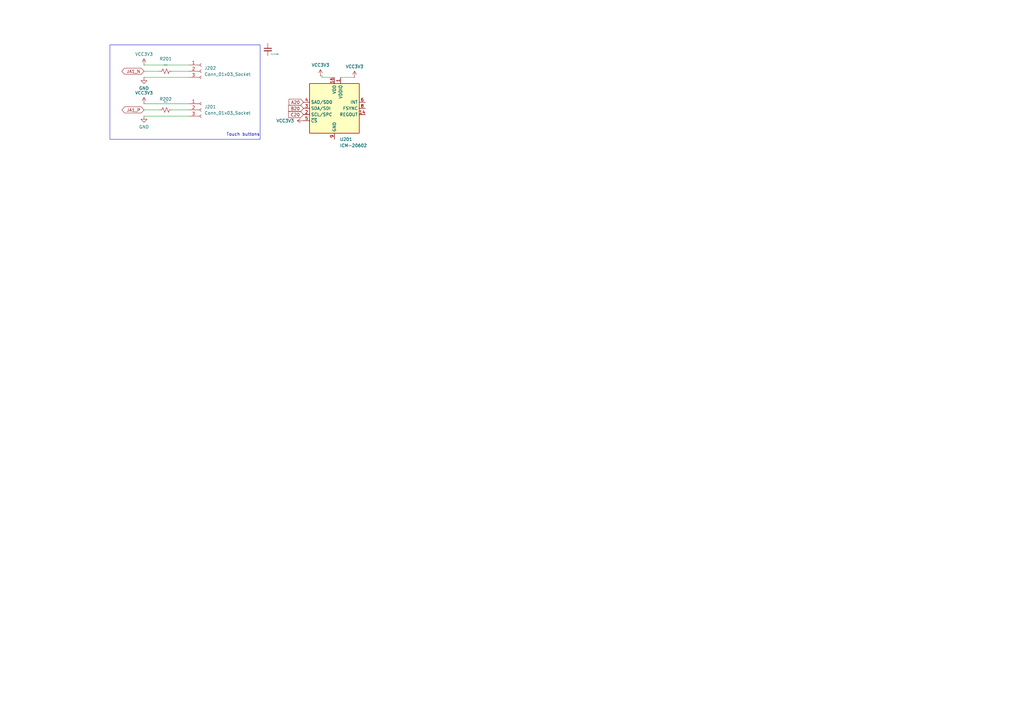
<source format=kicad_sch>
(kicad_sch (version 20231120) (generator "eeschema") (generator_version "8.0")
  (paper "A3")
  (lib_symbols
    (symbol "Connector:Conn_01x03_Socket" (pin_names (offset 1.016) hide)
      (property "Reference" "J" (at 0 5.08 0))
      (property "Value" "Conn_01x03_Socket" (at 0 -5.08 0))
      (symbol "Conn_01x03_Socket_1_1"
        (arc (start 0 -2.032) (mid -0.5058 -2.54) (end 0 -3.048) (stroke (width 0.1524)))
        (polyline (pts (xy -1.27 -2.54) (xy -0.508 -2.54)) (stroke (width 0.1524)))
        (polyline (pts (xy -1.27 0) (xy -0.508 0)) (stroke (width 0.1524)))
        (polyline (pts (xy -1.27 2.54) (xy -0.508 2.54)) (stroke (width 0.1524)))
        (arc (start 0 0.508) (mid -0.5058 0) (end 0 -0.508) (stroke (width 0.1524)))
        (arc (start 0 3.048) (mid -0.5058 2.54) (end 0 2.032) (stroke (width 0.1524)))
        (pin passive line (at -5.08 2.54 0) (length 3.81) (name "Pin_1") (number "1"))
        (pin passive line (at -5.08 0 0) (length 3.81) (name "Pin_2") (number "2"))
        (pin passive line (at -5.08 -2.54 0) (length 3.81) (name "Pin_3") (number "3"))
      )
    )
    (symbol "Device:C_Small" (pin_numbers hide) (pin_names (offset 0.254) hide)
      (property "Reference" "C" (at 0.254 1.778 0))
      (property "Value" "C_Small" (at 0.254 -2.032 0))
      (symbol "C_Small_0_1"
        (polyline (pts (xy -1.524 -0.508) (xy 1.524 -0.508)) (stroke (width 0.3302)))
        (polyline (pts (xy -1.524 0.508) (xy 1.524 0.508)) (stroke (width 0.3048)))
      )
      (symbol "C_Small_1_1"
        (pin passive line (at 0 2.54 270) (length 2.032) (name "~") (number "1"))
        (pin passive line (at 0 -2.54 90) (length 2.032) (name "~") (number "2"))
      )
    )
    (symbol "Device:R_Small_US" (pin_numbers hide) (pin_names (offset 0.254) hide)
      (property "Reference" "R" (at 0.762 0.508 0))
      (property "Value" "R_Small_US" (at 0.762 -1.016 0))
      (symbol "R_Small_US_1_1"
        (polyline (pts (xy 0 0) (xy 1.016 -0.381) (xy 0 -0.762) (xy -1.016 -1.143) (xy 0 -1.524)))
        (polyline (pts (xy 0 1.524) (xy 1.016 1.143) (xy 0 0.762) (xy -1.016 0.381) (xy 0 0)))
        (pin passive line (at 0 2.54 270) (length 1.016) (name "~") (number "1"))
        (pin passive line (at 0 -2.54 90) (length 1.016) (name "~") (number "2"))
      )
    )
    (symbol "Sensor_Motion:ICM-20602"
      (property "Reference" "U" (at -10.16 11.43 0))
      (property "Value" "ICM-20602" (at 10.16 11.43 0))
      (symbol "ICM-20602_0_1"
        (rectangle (start -10.16 10.16) (end 10.16 -10.16) (stroke (width 0.254)) (fill (type background)))
      )
      (symbol "ICM-20602_1_1"
        (pin power_in line (at 2.54 12.7 270) (length 2.54) (name "VDDIO") (number "1"))
        (pin passive line (at 0 -12.7 90) (length 2.54) hide (name "GND") (number "10"))
        (pin passive line (at 0 -12.7 90) (length 2.54) hide (name "GND") (number "11"))
        (pin passive line (at 0 -12.7 90) (length 2.54) hide (name "GND") (number "12"))
        (pin passive line (at 0 -12.7 90) (length 2.54) hide (name "GND") (number "13"))
        (pin passive line (at 12.7 -2.54 180) (length 2.54) (name "REGOUT") (number "14"))
        (pin passive line (at 0 -12.7 90) (length 2.54) hide (name "GND") (number "15"))
        (pin power_in line (at 0 12.7 270) (length 2.54) (name "VDD") (number "16"))
        (pin input line (at -12.7 -2.54 0) (length 2.54) (name "SCL/SPC") (number "2"))
        (pin bidirectional line (at -12.7 0 0) (length 2.54) (name "SDA/SDI") (number "3"))
        (pin bidirectional line (at -12.7 2.54 0) (length 2.54) (name "SAO/SD0") (number "4"))
        (pin input line (at -12.7 -5.08 0) (length 2.54) (name "~{CS}") (number "5"))
        (pin output line (at 12.7 2.54 180) (length 2.54) (name "INT") (number "6"))
        (pin no_connect line (at -10.16 5.08 0) (length 2.54) hide (name "RESV") (number "7"))
        (pin input line (at 12.7 0 180) (length 2.54) (name "FSYNC") (number "8"))
        (pin power_in line (at 0 -12.7 90) (length 2.54) (name "GND") (number "9"))
      )
    )
    (symbol "power:GND" (power) (pin_numbers hide) (pin_names (offset 0) hide)
      (property "Value" "GND" (at 0 -3.81 0))
      (symbol "GND_0_1"
        (polyline (pts (xy 0 0) (xy 0 -1.27) (xy 1.27 -1.27) (xy 0 -2.54) (xy -1.27 -1.27) (xy 0 -1.27)))
      )
      (symbol "GND_1_1"
        (pin power_in line (at 0 0 270) (length 0) (name "~") (number "1"))
      )
    )
    (symbol "power:VCC" (power) (pin_numbers hide) (pin_names (offset 0) hide)
      (property "Value" "VCC" (at 0 3.556 0))
      (symbol "VCC_0_1"
        (polyline (pts (xy -0.762 1.27) (xy 0 2.54)))
        (polyline (pts (xy 0 0) (xy 0 2.54)))
        (polyline (pts (xy 0 2.54) (xy 0.762 1.27)))
      )
      (symbol "VCC_1_1"
        (pin power_in line (at 0 0 90) (length 0) (name "~") (number "1"))
      )
    )
  )
  (wire (pts (xy 59.055 47.625) (xy 77.47 47.625)))
  (wire (pts (xy 145.415 31.75) (xy 139.7 31.75)))
  (wire (pts (xy 59.055 31.75) (xy 77.47 31.75)))
  (wire (pts (xy 59.055 42.545) (xy 77.47 42.545)))
  (wire (pts (xy 70.485 29.21) (xy 77.47 29.21)))
  (wire (pts (xy 70.485 45.085) (xy 77.47 45.085)))
  (wire (pts (xy 59.055 29.21) (xy 65.405 29.21)))
  (wire (pts (xy 59.055 26.67) (xy 77.47 26.67)))
  (wire (pts (xy 132.08 31.75) (xy 137.16 31.75)))
  (wire (pts (xy 131.445 31.115) (xy 132.08 31.115)))
  (wire (pts (xy 59.055 45.085) (xy 65.405 45.085)))
  (wire (pts (xy 132.08 31.115) (xy 132.08 31.75)))
  (rectangle (start 45.085 18.415) (end 106.68 57.15))
  (text "Touch buttons" (at 99.695 55.245 0) (effects (font (size 1.27 1.27))))
  (global_label "JA1_N" (shape bidirectional) (at 59.055 29.21 180) (property "Intersheetrefs" "${INTERSHEET_REFS}" (effects (hide yes))))
  (global_label "A20" (shape input) (at 124.46 41.91 180) (property "Intersheetrefs" "${INTERSHEET_REFS}" (effects (hide yes))))
  (global_label "B20" (shape input) (at 124.46 44.45 180) (property "Intersheetrefs" "${INTERSHEET_REFS}" (effects (hide yes))))
  (global_label "JA1_P" (shape bidirectional) (at 59.055 45.085 180) (property "Intersheetrefs" "${INTERSHEET_REFS}" (effects (hide yes))))
  (global_label "C20" (shape input) (at 124.46 46.99 180) (property "Intersheetrefs" "${INTERSHEET_REFS}" (effects (hide yes))))
  (symbol (lib_id "Connector:Conn_01x03_Socket") (at 82.55 29.21 0) (unit 1)
    (property "Reference" "J202" (at 83.82 27.9399 0) (effects (justify left)))
    (property "Value" "Conn_01x03_Socket" (at 83.82 30.4799 0) (effects (justify left)))
    (property "Description" "Generic connector, single row, 01x03, script generated" (effects (hide yes)))
  )
  (symbol (lib_id "power:VCC") (at 145.415 31.75 0) (unit 1)
    (property "Reference" "#PWR0206" (effects (hide yes)))
    (property "Value" "VCC3V3" (at 145.415 27.305 0))
    (property "Description" "Power symbol creates a global label with name \"VCC\"" (effects (hide yes)))
  )
  (symbol (lib_id "power:VCC") (at 131.445 31.115 0) (unit 1)
    (property "Reference" "#PWR0205" (effects (hide yes)))
    (property "Value" "VCC3V3" (at 131.445 26.67 0))
    (property "Description" "Power symbol creates a global label with name \"VCC\"" (effects (hide yes)))
  )
  (symbol (lib_id "Device:R_Small_US") (at 67.945 29.21 90) (unit 1)
    (property "Reference" "R201" (at 67.945 24.13 90))
    (property "Value" "200 1%" (at 67.945 26.67 90) (effects (font (size 0.254 0.254))))
    (property "Footprint" "Resistor_SMD:R_0805_2012Metric" (effects (hide yes)))
    (property "Description" "Resistor, small US symbol" (effects (hide yes)))
  )
  (symbol (lib_id "power:GND") (at 59.055 47.625 0) (unit 1)
    (property "Reference" "#PWR0202" (effects (hide yes)))
    (property "Value" "GND" (at 59.055 52.07 0))
    (property "Description" "Power symbol creates a global label with name \"GND\" , ground" (effects (hide yes)))
  )
  (symbol (lib_id "Device:R_Small_US") (at 67.945 45.085 90) (unit 1)
    (property "Reference" "R202" (at 67.945 40.64 90))
    (property "Value" "200 1%" (at 67.945 41.91 90) (effects (font (size 0.254 0.254))))
    (property "Footprint" "Resistor_SMD:R_0805_2012Metric" (effects (hide yes)))
    (property "Description" "Resistor, small US symbol" (effects (hide yes)))
  )
  (symbol (lib_id "power:VCC") (at 59.055 26.67 0) (unit 1)
    (property "Reference" "#PWR0203" (effects (hide yes)))
    (property "Value" "VCC3V3" (at 59.055 22.225 0))
    (property "Description" "Power symbol creates a global label with name \"VCC\"" (effects (hide yes)))
  )
  (symbol (lib_id "Connector:Conn_01x03_Socket") (at 82.55 45.085 0) (unit 1)
    (property "Reference" "J201" (at 83.82 43.8149 0) (effects (justify left)))
    (property "Value" "Conn_01x03_Socket" (at 83.82 46.3549 0) (effects (justify left)))
    (property "Description" "Generic connector, single row, 01x03, script generated" (effects (hide yes)))
  )
  (symbol (lib_id "power:GND") (at 59.055 31.75 0) (unit 1)
    (property "Reference" "#PWR0204" (effects (hide yes)))
    (property "Value" "GND" (at 59.055 36.195 0))
    (property "Description" "Power symbol creates a global label with name \"GND\" , ground" (effects (hide yes)))
  )
  (symbol (lib_id "Sensor_Motion:ICM-20602") (at 137.16 44.45 0) (unit 1)
    (property "Reference" "U201" (at 139.3541 57.15 0) (effects (justify left)))
    (property "Value" "ICM-20602" (at 139.3541 59.69 0) (effects (justify left)))
    (property "Footprint" "Package_LGA:LGA-16_3x3mm_P0.5mm_LayoutBorder3x5y" (effects (hide yes)))
    (property "Datasheet" "http://www.invensense.com/wp-content/uploads/2016/10/DS-000176-ICM-20602-v1.0.pdf" (effects (hide yes)))
    (property "Description" "High performance 6-Axis MEMS motion tracking, SPI/I2C interface, LGA-16" (effects (hide yes)))
  )
  (symbol (lib_id "power:VCC") (at 59.055 42.545 0) (unit 1)
    (property "Reference" "#PWR0201" (effects (hide yes)))
    (property "Value" "VCC3V3" (at 59.055 38.1 0))
    (property "Description" "Power symbol creates a global label with name \"VCC\"" (effects (hide yes)))
  )
  (symbol (lib_id "power:VCC") (at 124.46 49.53 90) (unit 1)
    (property "Reference" "#PWR0207" (effects (hide yes)))
    (property "Value" "VCC3V3" (at 120.65 49.5299 90) (effects (justify left)))
    (property "Description" "Power symbol creates a global label with name \"VCC\"" (effects (hide yes)))
  )
  (symbol (lib_id "Device:C_Small") (at 109.855 20.32 0) (unit 1)
    (property "Reference" "C201" (effects (hide yes)))
    (property "Value" "0.1uF 25V 0805" (at 111.125 22.225 0) (effects (font (size 0.254 0.254)) (justify left)))
    (property "Footprint" "Capacitor_SMD:C_0805_2012Metric" (effects (hide yes)))
    (property "Description" "Unpolarized capacitor, small symbol" (effects (hide yes)))
  )
)
</source>
